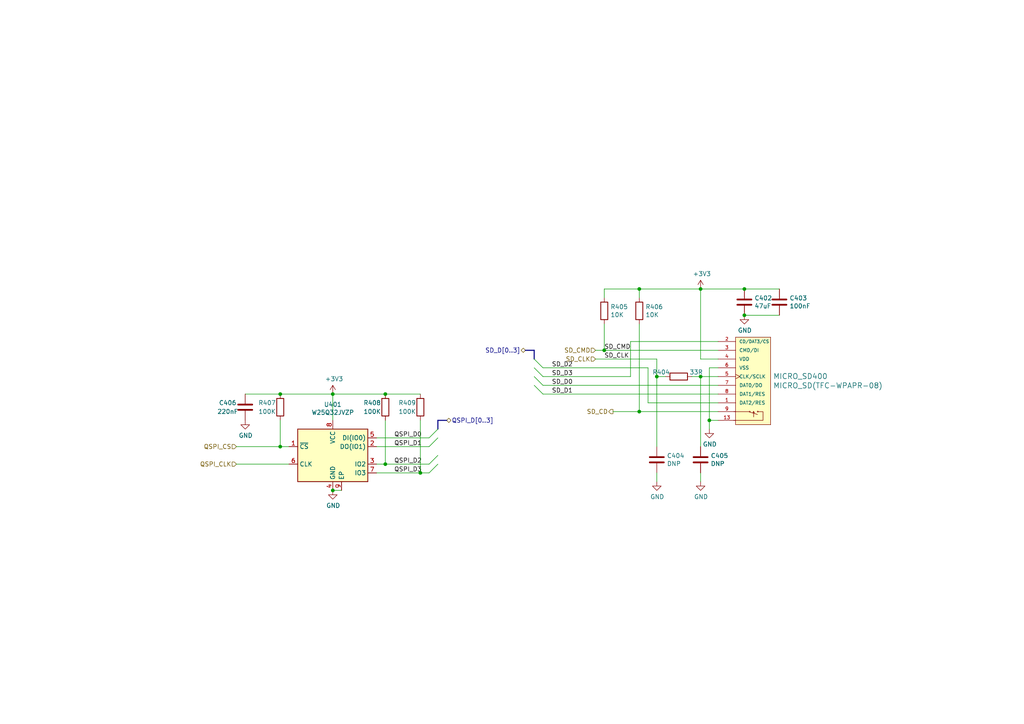
<source format=kicad_sch>
(kicad_sch (version 20210621) (generator eeschema)
  (paper "A4")
  (title_block (title "SitinaNe") (rev "R0.2") (company "Wenting"))
  (lib_symbols
    (symbol "Device:C" (pin_numbers hide) (pin_names (offset 0.254))
      (property "Reference" "C" (at 0.635 2.54 0))
      (property "Value" "C" (at 0.635 -2.54 0))
      (symbol "C_0_1"
        (polyline (pts (xy -2.032 -0.762) (xy 2.032 -0.762)) (stroke (width 0.508)))
        (polyline (pts (xy -2.032 0.762) (xy 2.032 0.762)) (stroke (width 0.508)))
      )
      (symbol "C_1_1"
        (pin passive line (at 0 3.81 270) (length 2.794) (name "~") (number "1"))
        (pin passive line (at 0 -3.81 90) (length 2.794) (name "~") (number "2"))
      )
    )
    (symbol "Device:R" (pin_numbers hide) (pin_names (offset 0))
      (property "Reference" "R" (at 2.032 0 90))
      (property "Value" "R" (at 0 0 90))
      (symbol "R_0_1"
        (rectangle (start -1.016 -2.54) (end 1.016 2.54) (stroke (width 0.254)))
      )
      (symbol "R_1_1"
        (pin passive line (at 0 3.81 270) (length 1.27) (name "~") (number "1"))
        (pin passive line (at 0 -3.81 90) (length 1.27) (name "~") (number "2"))
      )
    )
    (symbol "Memory_Flash:W25Q32JVZP"
      (property "Reference" "U" (at -8.89 8.89 0))
      (property "Value" "W25Q32JVZP" (at 7.62 8.89 0))
      (symbol "W25Q32JVZP_0_1"
        (rectangle (start -10.16 7.62) (end 10.16 -7.62) (stroke (width 0.254)) (fill (type background)))
      )
      (symbol "W25Q32JVZP_1_1"
        (pin input line (at -12.7 2.54 0) (length 2.54) (name "~{CS}") (number "1"))
        (pin bidirectional line (at 12.7 2.54 180) (length 2.54) (name "DO(IO1)") (number "2"))
        (pin bidirectional line (at 12.7 -2.54 180) (length 2.54) (name "IO2") (number "3"))
        (pin power_in line (at 0 -10.16 90) (length 2.54) (name "GND") (number "4"))
        (pin bidirectional line (at 12.7 5.08 180) (length 2.54) (name "DI(IO0)") (number "5"))
        (pin input line (at -12.7 -2.54 0) (length 2.54) (name "CLK") (number "6"))
        (pin bidirectional line (at 12.7 -5.08 180) (length 2.54) (name "IO3") (number "7"))
        (pin power_in line (at 0 10.16 270) (length 2.54) (name "VCC") (number "8"))
        (pin passive line (at 2.54 -10.16 90) (length 2.54) (name "EP") (number "9"))
      )
    )
    (symbol "Sitina:MICRO_SD(TFC-WPAPR-08)" (pin_names (offset 1.016))
      (property "Reference" "MICRO_SD" (at 2.54 15.24 0))
      (property "Value" "MICRO_SD(TFC-WPAPR-08)" (at 0 -12.7 0))
      (symbol "MICRO_SD(TFC-WPAPR-08)_0_0"
        (rectangle (start -2.54 13.97) (end 7.62 -11.43) (fill (type background)))
        (polyline (pts (xy 2.6416 -7.5946) (xy 2.4638 -7.8994)))
        (polyline (pts (xy 2.6924 -7.6962) (xy 2.6924 -9.1694)))
        (polyline (pts (xy 2.667 -7.5438) (xy 2.921 -7.9756) (xy 2.8956 -7.9756)))
      )
      (symbol "MICRO_SD(TFC-WPAPR-08)_0_1"
        (circle (center 1.5494 -7.6454) (radius 0.1524))
        (circle (center 3.8862 -7.62) (radius 0.1524))
        (polyline (pts (xy -3.048 -7.6454) (xy 1.2954 -7.6454)))
        (polyline (pts (xy 1.7018 -7.7978) (xy 3.81 -8.4582)))
        (polyline (pts (xy -3.1496 -10.16) (xy 5.4102 -10.16) (xy 5.4102 -7.6454) (xy 4.1402 -7.6454)))
      )
      (symbol "MICRO_SD(TFC-WPAPR-08)_1_1"
        (pin bidirectional line (at -7.62 -5.08 0) (length 5.08) (name "DAT2/RES") (number "1"))
        (pin passive line (at -7.62 -10.16 0) (length 5.08) hide (name "~") (number "10"))
        (pin passive line (at -7.62 -10.16 0) (length 5.08) hide (name "~") (number "11"))
        (pin passive line (at -7.62 -10.16 0) (length 5.08) hide (name "~") (number "12"))
        (pin passive line (at -7.62 -10.16 0) (length 5.08) (name "~") (number "13"))
        (pin bidirectional line (at -7.62 12.7 0) (length 5.08) (name "CD/DAT3/CS") (number "2"))
        (pin input line (at -7.62 10.16 0) (length 5.08) (name "CMD/DI") (number "3"))
        (pin power_in line (at -7.62 7.62 0) (length 5.08) (name "VDD") (number "4"))
        (pin input clock (at -7.62 2.54 0) (length 5.08) (name "CLK/SCLK") (number "5"))
        (pin power_in line (at -7.62 5.08 0) (length 5.08) (name "VSS") (number "6"))
        (pin bidirectional line (at -7.62 0 0) (length 5.08) (name "DAT0/DO") (number "7"))
        (pin bidirectional line (at -7.62 -2.54 0) (length 5.08) (name "DAT1/RES") (number "8"))
        (pin passive line (at -7.62 -7.62 0) (length 5.08) (name "~") (number "9"))
      )
    )
    (symbol "power:+3V3" (power) (pin_names (offset 0))
      (property "Value" "+3V3" (at 0 3.556 0))
      (symbol "+3V3_0_1"
        (polyline (pts (xy -0.762 1.27) (xy 0 2.54)))
        (polyline (pts (xy 0 0) (xy 0 2.54)))
        (polyline (pts (xy 0 2.54) (xy 0.762 1.27)))
      )
      (symbol "+3V3_1_1"
        (pin power_in line (at 0 0 90) (length 0) hide (name "+3V3") (number "1"))
      )
    )
    (symbol "power:GND" (power) (pin_names (offset 0))
      (property "Value" "GND" (at 0 -3.81 0))
      (symbol "GND_0_1"
        (polyline (pts (xy 0 0) (xy 0 -1.27) (xy 1.27 -1.27) (xy 0 -2.54) (xy -1.27 -1.27) (xy 0 -1.27)))
      )
      (symbol "GND_1_1"
        (pin power_in line (at 0 0 270) (length 0) hide (name "GND") (number "1"))
      )
    )
  )
  (junction (at 81.28 114.3) (diameter 0.9144))
  (junction (at 81.28 129.54) (diameter 0.9144))
  (junction (at 96.52 114.3) (diameter 0.9144))
  (junction (at 96.52 142.24) (diameter 0.9144))
  (junction (at 111.76 114.3) (diameter 0.9144))
  (junction (at 111.76 134.62) (diameter 0.9144))
  (junction (at 121.92 137.16) (diameter 0.9144))
  (junction (at 175.26 101.6) (diameter 0.9144))
  (junction (at 185.42 83.82) (diameter 0.9144))
  (junction (at 185.42 119.38) (diameter 0.9144))
  (junction (at 190.5 109.22) (diameter 0.9144))
  (junction (at 203.2 83.82) (diameter 0.9144))
  (junction (at 203.2 109.22) (diameter 0.9144))
  (junction (at 205.74 121.92) (diameter 0.9144))
  (junction (at 215.9 83.82) (diameter 0.9144))
  (junction (at 215.9 91.44) (diameter 0.9144))
  (bus_entry (at 124.46 127) (size 2.54 -2.54) (stroke (width 0.1524)))
  (bus_entry (at 124.46 129.54) (size 2.54 -2.54) (stroke (width 0.1524)))
  (bus_entry (at 124.46 134.62) (size 2.54 -2.54) (stroke (width 0.1524)))
  (bus_entry (at 124.46 137.16) (size 2.54 -2.54) (stroke (width 0.1524)))
  (bus_entry (at 154.94 104.14) (size 2.54 2.54) (stroke (width 0.1524)))
  (bus_entry (at 154.94 106.68) (size 2.54 2.54) (stroke (width 0.1524)))
  (bus_entry (at 154.94 109.22) (size 2.54 2.54) (stroke (width 0.1524)))
  (bus_entry (at 154.94 111.76) (size 2.54 2.54) (stroke (width 0.1524)))
  (wire (pts (xy 68.58 129.54) (xy 81.28 129.54)))
  (wire (pts (xy 68.58 134.62) (xy 83.82 134.62)))
  (wire (pts (xy 71.12 114.3) (xy 81.28 114.3)))
  (wire (pts (xy 81.28 114.3) (xy 96.52 114.3)))
  (wire (pts (xy 81.28 121.92) (xy 81.28 129.54)))
  (wire (pts (xy 81.28 129.54) (xy 83.82 129.54)))
  (wire (pts (xy 96.52 114.3) (xy 96.52 121.92)))
  (wire (pts (xy 96.52 114.3) (xy 111.76 114.3)))
  (wire (pts (xy 99.06 142.24) (xy 96.52 142.24)))
  (wire (pts (xy 109.22 137.16) (xy 121.92 137.16)))
  (wire (pts (xy 111.76 114.3) (xy 121.92 114.3)))
  (wire (pts (xy 111.76 121.92) (xy 111.76 134.62)))
  (wire (pts (xy 111.76 134.62) (xy 109.22 134.62)))
  (wire (pts (xy 121.92 121.92) (xy 121.92 137.16)))
  (wire (pts (xy 121.92 137.16) (xy 124.46 137.16)))
  (wire (pts (xy 124.46 127) (xy 109.22 127)))
  (wire (pts (xy 124.46 129.54) (xy 109.22 129.54)))
  (wire (pts (xy 124.46 134.62) (xy 111.76 134.62)))
  (wire (pts (xy 157.48 106.68) (xy 187.96 106.68)))
  (wire (pts (xy 157.48 109.22) (xy 182.88 109.22)))
  (wire (pts (xy 157.48 111.76) (xy 208.28 111.76)))
  (wire (pts (xy 157.48 114.3) (xy 208.28 114.3)))
  (wire (pts (xy 172.72 101.6) (xy 175.26 101.6)))
  (wire (pts (xy 172.72 104.14) (xy 190.5 104.14)))
  (wire (pts (xy 175.26 83.82) (xy 185.42 83.82)))
  (wire (pts (xy 175.26 86.36) (xy 175.26 83.82)))
  (wire (pts (xy 175.26 93.98) (xy 175.26 101.6)))
  (wire (pts (xy 175.26 101.6) (xy 208.28 101.6)))
  (wire (pts (xy 177.8 119.38) (xy 185.42 119.38)))
  (wire (pts (xy 182.88 99.06) (xy 182.88 109.22)))
  (wire (pts (xy 182.88 99.06) (xy 208.28 99.06)))
  (wire (pts (xy 185.42 83.82) (xy 185.42 86.36)))
  (wire (pts (xy 185.42 83.82) (xy 203.2 83.82)))
  (wire (pts (xy 185.42 93.98) (xy 185.42 119.38)))
  (wire (pts (xy 185.42 119.38) (xy 208.28 119.38)))
  (wire (pts (xy 187.96 106.68) (xy 187.96 116.84)))
  (wire (pts (xy 187.96 116.84) (xy 208.28 116.84)))
  (wire (pts (xy 190.5 104.14) (xy 190.5 109.22)))
  (wire (pts (xy 190.5 109.22) (xy 190.5 129.54)))
  (wire (pts (xy 190.5 137.16) (xy 190.5 139.7)))
  (wire (pts (xy 193.04 109.22) (xy 190.5 109.22)))
  (wire (pts (xy 200.66 109.22) (xy 203.2 109.22)))
  (wire (pts (xy 203.2 83.82) (xy 215.9 83.82)))
  (wire (pts (xy 203.2 104.14) (xy 203.2 83.82)))
  (wire (pts (xy 203.2 109.22) (xy 203.2 129.54)))
  (wire (pts (xy 203.2 137.16) (xy 203.2 139.7)))
  (wire (pts (xy 205.74 106.68) (xy 205.74 121.92)))
  (wire (pts (xy 205.74 121.92) (xy 205.74 124.46)))
  (wire (pts (xy 208.28 104.14) (xy 203.2 104.14)))
  (wire (pts (xy 208.28 106.68) (xy 205.74 106.68)))
  (wire (pts (xy 208.28 109.22) (xy 203.2 109.22)))
  (wire (pts (xy 208.28 121.92) (xy 205.74 121.92)))
  (wire (pts (xy 226.06 83.82) (xy 215.9 83.82)))
  (wire (pts (xy 226.06 91.44) (xy 215.9 91.44)))
  (bus (pts (xy 127 121.92) (xy 127 134.62)))
  (bus (pts (xy 127 121.92) (xy 129.54 121.92)))
  (bus (pts (xy 154.94 101.6) (xy 152.4 101.6)))
  (bus (pts (xy 154.94 101.6) (xy 154.94 111.76)))
  (label "QSPI_D0" (at 114.3 127 0))
  (label "QSPI_D1" (at 114.3 129.54 0))
  (label "QSPI_D2" (at 114.3 134.62 0))
  (label "QSPI_D3" (at 114.3 137.16 0))
  (label "SD_D2" (at 160.02 106.68 0))
  (label "SD_D3" (at 160.02 109.22 0))
  (label "SD_D0" (at 160.02 111.76 0))
  (label "SD_D1" (at 160.02 114.3 0))
  (label "SD_CMD" (at 175.26 101.6 0))
  (label "SD_CLK" (at 175.26 104.14 0))
  (hierarchical_label "QSPI_CS" (shape input) (at 68.58 129.54 180))
  (hierarchical_label "QSPI_CLK" (shape input) (at 68.58 134.62 180))
  (hierarchical_label "QSPI_D[0..3]" (shape bidirectional) (at 129.54 121.92 0))
  (hierarchical_label "SD_D[0..3]" (shape bidirectional) (at 152.4 101.6 180))
  (hierarchical_label "SD_CMD" (shape input) (at 172.72 101.6 180))
  (hierarchical_label "SD_CLK" (shape input) (at 172.72 104.14 180))
  (hierarchical_label "SD_CD" (shape output) (at 177.8 119.38 180))
  (symbol (lib_id "power:+3V3") (at 96.52 114.3 0) (unit 1)
    (property "Reference" "#PWR0239" (effects hide))
    (property "Value" "+3V3" (at 96.901 109.9058 0))
  )
  (symbol (lib_id "power:+3V3") (at 203.2 83.82 0) (unit 1)
    (property "Reference" "#PWR0103" (effects hide))
    (property "Value" "+3V3" (at 203.581 79.4258 0))
  )
  (symbol (lib_id "power:GND") (at 71.12 121.92 0) (unit 1)
    (property "Reference" "#PWR027" (effects hide))
    (property "Value" "GND" (at 71.247 126.3142 0))
  )
  (symbol (lib_id "power:GND") (at 96.52 142.24 0) (unit 1)
    (property "Reference" "#PWR029" (effects hide))
    (property "Value" "GND" (at 96.647 146.6342 0))
  )
  (symbol (lib_id "power:GND") (at 190.5 139.7 0) (unit 1)
    (property "Reference" "#PWR0232" (effects hide))
    (property "Value" "GND" (at 190.627 144.0942 0))
  )
  (symbol (lib_id "power:GND") (at 203.2 139.7 0) (unit 1)
    (property "Reference" "#PWR0201" (effects hide))
    (property "Value" "GND" (at 203.327 144.0942 0))
  )
  (symbol (lib_id "power:GND") (at 205.74 124.46 0) (unit 1)
    (property "Reference" "#PWR0200" (effects hide))
    (property "Value" "GND" (at 205.867 128.8542 0))
  )
  (symbol (lib_id "power:GND") (at 215.9 91.44 0) (unit 1)
    (property "Reference" "#PWR0202" (effects hide))
    (property "Value" "GND" (at 216.027 95.8342 0))
  )
  (symbol (lib_id "Device:R") (at 81.28 118.11 0) (unit 1)
    (property "Reference" "R407" (at 77.47 116.84 0))
    (property "Value" "100K" (at 77.47 119.38 0))
    (property "Footprint" "Resistor_SMD:R_0402_1005Metric" (effects hide))
  )
  (symbol (lib_id "Device:R") (at 111.76 118.11 0) (unit 1)
    (property "Reference" "R408" (at 107.95 116.84 0))
    (property "Value" "100K" (at 107.95 119.38 0))
    (property "Footprint" "Resistor_SMD:R_0402_1005Metric" (effects hide))
  )
  (symbol (lib_id "Device:R") (at 121.92 118.11 0) (unit 1)
    (property "Reference" "R409" (at 118.11 116.84 0))
    (property "Value" "100K" (at 118.11 119.38 0))
    (property "Footprint" "Resistor_SMD:R_0402_1005Metric" (effects hide))
  )
  (symbol (lib_id "Device:R") (at 175.26 90.17 0) (unit 1)
    (property "Reference" "R405" (at 177.038 89.0016 0) (effects (justify left)))
    (property "Value" "10K" (at 177.038 91.313 0) (effects (justify left)))
    (property "Footprint" "Resistor_SMD:R_0402_1005Metric" (effects hide))
  )
  (symbol (lib_id "Device:R") (at 185.42 90.17 0) (unit 1)
    (property "Reference" "R406" (at 187.198 89.0016 0) (effects (justify left)))
    (property "Value" "10K" (at 187.198 91.313 0) (effects (justify left)))
    (property "Footprint" "Resistor_SMD:R_0402_1005Metric" (effects hide))
  )
  (symbol (lib_id "Device:R") (at 196.85 109.22 270) (unit 1)
    (property "Reference" "R404" (at 191.77 107.95 90))
    (property "Value" "33R" (at 201.93 107.95 90))
    (property "Footprint" "Resistor_SMD:R_0402_1005Metric" (effects hide))
  )
  (symbol (lib_id "Device:C") (at 71.12 118.11 180) (unit 1)
    (property "Reference" "C406" (at 66.04 116.84 0))
    (property "Value" "220nF" (at 66.04 119.38 0))
    (property "Footprint" "Capacitor_SMD:C_0402_1005Metric" (effects hide))
  )
  (symbol (lib_id "Device:C") (at 190.5 133.35 0) (unit 1)
    (property "Reference" "C404" (at 193.421 132.1816 0) (effects (justify left)))
    (property "Value" "DNP" (at 193.421 134.493 0) (effects (justify left)))
    (property "Footprint" "Capacitor_SMD:C_0402_1005Metric" (effects hide))
  )
  (symbol (lib_id "Device:C") (at 203.2 133.35 0) (unit 1)
    (property "Reference" "C405" (at 206.121 132.1816 0) (effects (justify left)))
    (property "Value" "DNP" (at 206.121 134.493 0) (effects (justify left)))
    (property "Footprint" "Capacitor_SMD:C_0402_1005Metric" (effects hide))
  )
  (symbol (lib_id "Device:C") (at 215.9 87.63 0) (unit 1)
    (property "Reference" "C402" (at 218.821 86.4616 0) (effects (justify left)))
    (property "Value" "47uF" (at 218.821 88.773 0) (effects (justify left)))
    (property "Footprint" "Capacitor_SMD:C_0603_1608Metric" (effects hide))
  )
  (symbol (lib_id "Device:C") (at 226.06 87.63 0) (unit 1)
    (property "Reference" "C403" (at 228.981 86.4616 0) (effects (justify left)))
    (property "Value" "100nF" (at 228.981 88.773 0) (effects (justify left)))
    (property "Footprint" "Capacitor_SMD:C_0402_1005Metric" (effects hide))
  )
  (symbol (lib_id "Sitina:MICRO_SD(TFC-WPAPR-08)") (at 215.9 111.76 0) (unit 1)
    (property "Reference" "MICRO_SD400" (at 224.2312 109.1438 0) (effects (font (size 1.524 1.524)) (justify left)))
    (property "Value" "MICRO_SD(TFC-WPAPR-08)" (at 224.2312 111.8362 0) (effects (font (size 1.524 1.524)) (justify left)))
    (property "Footprint" "Footprints:TFC-WPAPR-08" (effects hide))
  )
  (symbol (lib_id "Memory_Flash:W25Q32JVZP") (at 96.52 132.08 0) (unit 1)
    (property "Reference" "U401" (at 96.52 117.3226 0))
    (property "Value" "W25Q32JVZP" (at 96.52 119.634 0))
    (property "Footprint" "Package_SON:WSON-8-1EP_6x5mm_P1.27mm_EP3.4x4.3mm" (effects hide))
    (property "Datasheet" "http://www.winbond.com/resource-files/w25q32jv%20revg%2003272018%20plus.pdf" (effects hide))
  )
)
</source>
